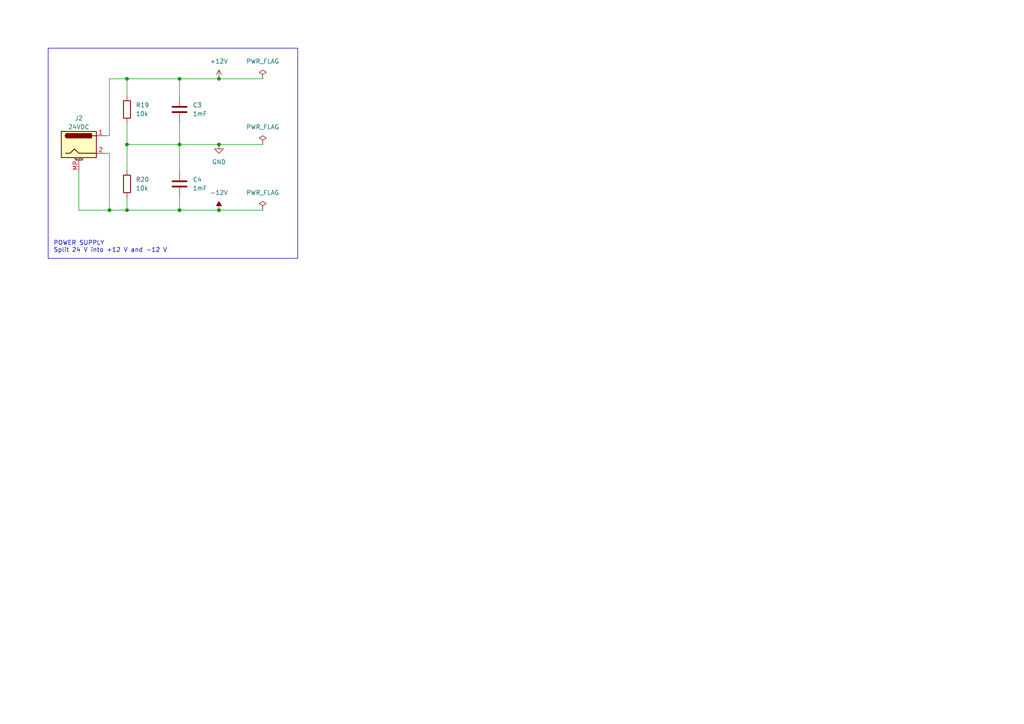
<source format=kicad_sch>
(kicad_sch (version 20231120) (generator "eeschema") (generator_version "8.0")
  (paper "A4")
  (lib_symbols
    (symbol "Amplifier_Operational:LM741" (pin_names (offset 0.127))
      (property "Reference" "U" (at 0 6.35 0))
      (property "Value" "LM741" (at 0 3.81 0))
      (symbol "LM741_0_1"
        (polyline (pts (xy -5.08 5.08) (xy 5.08 0) (xy -5.08 -5.08) (xy -5.08 5.08)) (stroke (width 0.254)) (fill (type background)))
      )
      (symbol "LM741_1_1"
        (pin input line (at 0 -7.62 90) (length 5.08) (name "NULL") (number "1"))
        (pin input line (at -7.62 -2.54 0) (length 2.54) (name "-") (number "2"))
        (pin input line (at -7.62 2.54 0) (length 2.54) (name "+") (number "3"))
        (pin power_in line (at -2.54 -7.62 90) (length 3.81) (name "V-") (number "4"))
        (pin input line (at 2.54 -7.62 90) (length 6.35) (name "NULL") (number "5"))
        (pin output line (at 7.62 0 180) (length 2.54) (name "~") (number "6"))
        (pin power_in line (at -2.54 7.62 270) (length 3.81) (name "V+") (number "7"))
        (pin no_connect line (at 0 2.54 270) (length 2.54) hide (name "NC") (number "8"))
      )
    )
    (symbol "Connector:Barrel_Jack_MountingPin" (pin_names hide)
      (property "Reference" "J" (at 0 5.334 0))
      (property "Value" "Barrel_Jack_MountingPin" (at 1.27 -6.35 0))
      (symbol "Barrel_Jack_MountingPin_0_1"
        (rectangle (start -5.08 3.81) (end 5.08 -3.81) (stroke (width 0.254)) (fill (type background)))
        (arc (start -3.302 3.175) (mid -3.9343 2.54) (end -3.302 1.905) (stroke (width 0.254)))
        (arc (start -3.302 3.175) (mid -3.9343 2.54) (end -3.302 1.905) (stroke (width 0.254)) (fill (type outline)))
        (polyline (pts (xy 5.08 2.54) (xy 3.81 2.54)) (stroke (width 0.254)))
        (polyline (pts (xy -3.81 -2.54) (xy -2.54 -2.54) (xy -1.27 -1.27) (xy 0 -2.54) (xy 2.54 -2.54) (xy 5.08 -2.54)) (stroke (width 0.254)))
        (rectangle (start 3.683 3.175) (end -3.302 1.905) (stroke (width 0.254)) (fill (type outline)))
      )
      (symbol "Barrel_Jack_MountingPin_1_1"
        (polyline (pts (xy -1.016 -4.572) (xy 1.016 -4.572)) (stroke (width 0.1524)))
        (text "Mounting" (at 0 -4.191 0) (effects (font (size 0.381 0.381))))
        (pin passive line (at 7.62 2.54 180) (length 2.54) (name "~") (number "1"))
        (pin passive line (at 7.62 -2.54 180) (length 2.54) (name "~") (number "2"))
        (pin passive line (at 0 -7.62 90) (length 3.048) (name "MountPin") (number "MP"))
      )
    )
    (symbol "Connector:Screw_Terminal_01x02" (pin_names (offset 1.016) hide)
      (property "Reference" "J" (at 0 2.54 0))
      (property "Value" "Screw_Terminal_01x02" (at 0 -5.08 0))
      (symbol "Screw_Terminal_01x02_1_1"
        (rectangle (start -1.27 1.27) (end 1.27 -3.81) (stroke (width 0.254)) (fill (type background)))
        (circle (center 0 -2.54) (radius 0.635) (stroke (width 0.1524)))
        (polyline (pts (xy -0.5334 -2.2098) (xy 0.3302 -3.048)) (stroke (width 0.1524)))
        (polyline (pts (xy -0.5334 0.3302) (xy 0.3302 -0.508)) (stroke (width 0.1524)))
        (polyline (pts (xy -0.3556 -2.032) (xy 0.508 -2.8702)) (stroke (width 0.1524)))
        (polyline (pts (xy -0.3556 0.508) (xy 0.508 -0.3302)) (stroke (width 0.1524)))
        (circle (center 0 0) (radius 0.635) (stroke (width 0.1524)))
        (pin passive line (at -5.08 0 0) (length 3.81) (name "Pin_1") (number "1"))
        (pin passive line (at -5.08 -2.54 0) (length 3.81) (name "Pin_2") (number "2"))
      )
    )
    (symbol "Connector_Audio:AudioJack5"
      (property "Reference" "J" (at 0 11.43 0))
      (property "Value" "AudioJack5" (at 0 8.89 0))
      (symbol "AudioJack5_0_1"
        (rectangle (start -8.89 -5.08) (end -10.16 -7.62) (stroke (width 0.254)) (fill (type outline)))
        (polyline (pts (xy 0 -5.08) (xy 0.635 -5.715) (xy 1.27 -5.08) (xy 2.54 -5.08)) (stroke (width 0.254)))
        (polyline (pts (xy -5.715 -5.08) (xy -5.08 -5.715) (xy -4.445 -5.08) (xy -4.445 2.54) (xy 2.54 2.54)) (stroke (width 0.254)))
        (polyline (pts (xy -1.905 -5.08) (xy -1.27 -5.715) (xy -0.635 -5.08) (xy -0.635 -2.54) (xy 2.54 -2.54)) (stroke (width 0.254)))
        (polyline (pts (xy 2.54 0) (xy -2.54 0) (xy -2.54 -5.08) (xy -3.175 -5.715) (xy -3.81 -5.08)) (stroke (width 0.254)))
        (polyline (pts (xy 2.54 5.08) (xy -6.35 5.08) (xy -6.35 -5.08) (xy -6.985 -5.715) (xy -7.62 -5.08)) (stroke (width 0.254)))
        (rectangle (start 2.54 6.35) (end -8.89 -7.62) (stroke (width 0.254)) (fill (type background)))
      )
      (symbol "AudioJack5_1_1"
        (pin passive line (at 5.08 -2.54 180) (length 2.54) (name "~") (number "R1"))
        (pin passive line (at 5.08 0 180) (length 2.54) (name "~") (number "R2"))
        (pin passive line (at 5.08 2.54 180) (length 2.54) (name "~") (number "R3"))
        (pin passive line (at 5.08 5.08 180) (length 2.54) (name "~") (number "S"))
        (pin passive line (at 5.08 -5.08 180) (length 2.54) (name "~") (number "T"))
      )
    )
    (symbol "Connector_Generic:Conn_01x03" (pin_names (offset 1.016) hide)
      (property "Reference" "J" (at 0 5.08 0))
      (property "Value" "Conn_01x03" (at 0 -5.08 0))
      (symbol "Conn_01x03_1_1"
        (rectangle (start -1.27 -2.413) (end 0 -2.667) (stroke (width 0.1524)))
        (rectangle (start -1.27 0.127) (end 0 -0.127) (stroke (width 0.1524)))
        (rectangle (start -1.27 2.667) (end 0 2.413) (stroke (width 0.1524)))
        (rectangle (start -1.27 3.81) (end 1.27 -3.81) (stroke (width 0.254)) (fill (type background)))
        (pin passive line (at -5.08 2.54 0) (length 3.81) (name "Pin_1") (number "1"))
        (pin passive line (at -5.08 0 0) (length 3.81) (name "Pin_2") (number "2"))
        (pin passive line (at -5.08 -2.54 0) (length 3.81) (name "Pin_3") (number "3"))
      )
    )
    (symbol "Device:C" (pin_numbers hide) (pin_names (offset 0.254))
      (property "Reference" "C" (at 0.635 2.54 0))
      (property "Value" "C" (at 0.635 -2.54 0))
      (symbol "C_0_1"
        (polyline (pts (xy -2.032 -0.762) (xy 2.032 -0.762)) (stroke (width 0.508)))
        (polyline (pts (xy -2.032 0.762) (xy 2.032 0.762)) (stroke (width 0.508)))
      )
      (symbol "C_1_1"
        (pin passive line (at 0 3.81 270) (length 2.794) (name "~") (number "1"))
        (pin passive line (at 0 -3.81 90) (length 2.794) (name "~") (number "2"))
      )
    )
    (symbol "Device:R" (pin_numbers hide) (pin_names (offset 0))
      (property "Reference" "R" (at 2.032 0 90))
      (property "Value" "R" (at 0 0 90))
      (symbol "R_0_1"
        (rectangle (start -1.016 -2.54) (end 1.016 2.54) (stroke (width 0.254)))
      )
      (symbol "R_1_1"
        (pin passive line (at 0 3.81 270) (length 1.27) (name "~") (number "1"))
        (pin passive line (at 0 -3.81 90) (length 1.27) (name "~") (number "2"))
      )
    )
    (symbol "Transistor_BJT:TIP41" (pin_names (offset 0) hide)
      (property "Reference" "Q" (at 6.35 1.905 0))
      (property "Value" "TIP41" (at 6.35 0 0))
      (symbol "TIP41_0_1"
        (polyline (pts (xy 0.635 0.635) (xy 2.54 2.54)))
        (polyline (pts (xy 0.635 -0.635) (xy 2.54 -2.54) (xy 2.54 -2.54)))
        (polyline (pts (xy 0.635 1.905) (xy 0.635 -1.905) (xy 0.635 -1.905)) (stroke (width 0.508)))
        (polyline (pts (xy 1.27 -1.778) (xy 1.778 -1.27) (xy 2.286 -2.286) (xy 1.27 -1.778) (xy 1.27 -1.778)) (fill (type outline)))
        (circle (center 1.27 0) (radius 2.8194) (stroke (width 0.254)))
      )
      (symbol "TIP41_1_1"
        (pin input line (at -5.08 0 0) (length 5.715) (name "B") (number "1"))
        (pin passive line (at 2.54 5.08 270) (length 2.54) (name "C") (number "2"))
        (pin passive line (at 2.54 -5.08 90) (length 2.54) (name "E") (number "3"))
      )
    )
    (symbol "Transistor_BJT:TIP42" (pin_names (offset 0) hide)
      (property "Reference" "Q" (at 6.35 1.905 0))
      (property "Value" "TIP42" (at 6.35 0 0))
      (symbol "TIP42_0_1"
        (polyline (pts (xy 0.635 0.635) (xy 2.54 2.54)))
        (polyline (pts (xy 0.635 -0.635) (xy 2.54 -2.54) (xy 2.54 -2.54)))
        (polyline (pts (xy 0.635 1.905) (xy 0.635 -1.905) (xy 0.635 -1.905)) (stroke (width 0.508)))
        (polyline (pts (xy 2.286 -1.778) (xy 1.778 -2.286) (xy 1.27 -1.27) (xy 2.286 -1.778) (xy 2.286 -1.778)) (fill (type outline)))
        (circle (center 1.27 0) (radius 2.8194) (stroke (width 0.254)))
      )
      (symbol "TIP42_1_1"
        (pin input line (at -5.08 0 0) (length 5.715) (name "B") (number "1"))
        (pin passive line (at 2.54 5.08 270) (length 2.54) (name "C") (number "2"))
        (pin passive line (at 2.54 -5.08 90) (length 2.54) (name "E") (number "3"))
      )
    )
    (symbol "power:+12V" (power) (pin_numbers hide) (pin_names (offset 0) hide)
      (property "Value" "+12V" (at 0 3.556 0))
      (symbol "+12V_0_1"
        (polyline (pts (xy -0.762 1.27) (xy 0 2.54)))
        (polyline (pts (xy 0 0) (xy 0 2.54)))
        (polyline (pts (xy 0 2.54) (xy 0.762 1.27)))
      )
      (symbol "+12V_1_1"
        (pin power_in line (at 0 0 90) (length 0) (name "~") (number "1"))
      )
    )
    (symbol "power:-12V" (power) (pin_numbers hide) (pin_names (offset 0) hide)
      (property "Value" "-12V" (at 0 3.556 0))
      (symbol "-12V_0_0"
        (pin power_in line (at 0 0 90) (length 0) (name "~") (number "1"))
      )
      (symbol "-12V_0_1"
        (polyline (pts (xy 0 0) (xy 0 1.27) (xy 0.762 1.27) (xy 0 2.54) (xy -0.762 1.27) (xy 0 1.27)) (fill (type outline)))
      )
    )
    (symbol "power:GND" (power) (pin_numbers hide) (pin_names (offset 0) hide)
      (property "Value" "GND" (at 0 -3.81 0))
      (symbol "GND_0_1"
        (polyline (pts (xy 0 0) (xy 0 -1.27) (xy 1.27 -1.27) (xy 0 -2.54) (xy -1.27 -1.27) (xy 0 -1.27)))
      )
      (symbol "GND_1_1"
        (pin power_in line (at 0 0 270) (length 0) (name "~") (number "1"))
      )
    )
    (symbol "power:PWR_FLAG" (power) (pin_numbers hide) (pin_names (offset 0) hide)
      (property "Value" "PWR_FLAG" (at 0 3.81 0))
      (symbol "PWR_FLAG_0_0"
        (pin power_out line (at 0 0 90) (length 0) (name "~") (number "1"))
      )
      (symbol "PWR_FLAG_0_1"
        (polyline (pts (xy 0 0) (xy 0 1.27) (xy -1.016 1.905) (xy 0 2.54) (xy 1.016 1.905) (xy 0 1.27)))
      )
    )
  )
  (junction (at -105.41 95.25))
  (junction (at -195.58 -50.8))
  (junction (at -161.29 0))
  (junction (at 31.75 60.96))
  (junction (at 52.07 41.91))
  (junction (at -92.71 118.11))
  (junction (at -195.58 -36.83))
  (junction (at -182.88 -58.42))
  (junction (at -92.71 102.87))
  (junction (at -182.88 -71.12))
  (junction (at 36.83 22.86))
  (junction (at -71.12 118.11))
  (junction (at -105.41 67.31))
  (junction (at 36.83 41.91))
  (junction (at -182.88 0))
  (junction (at 52.07 22.86))
  (junction (at -195.58 -22.86))
  (junction (at 377.19 -41.91))
  (junction (at -154.94 189.23))
  (junction (at -161.29 -36.83))
  (junction (at -71.12 81.28))
  (junction (at 63.5 60.96))
  (junction (at -92.71 59.69))
  (junction (at -182.88 -15.24))
  (junction (at 36.83 60.96))
  (junction (at 63.5 22.86))
  (junction (at -187.96 189.23))
  (junction (at 52.07 60.96))
  (junction (at -45.72 199.39))
  (junction (at -161.29 -71.12))
  (junction (at -71.12 46.99))
  (junction (at 354.33 -39.37))
  (junction (at 63.5 41.91))
  (junction (at -105.41 81.28))
  (junction (at -92.71 46.99))
  (junction (at -68.58 201.93))
  (no_connect (at -53.34 207.01))
  (no_connect (at -40.64 -39.37))
  (no_connect (at -55.88 207.01))
  (no_connect (at -40.64 -41.91))
  (no_connect (at 369.57 -34.29))
  (no_connect (at 367.03 -34.29))
  (wire (pts (xy 63.5 22.86) (xy 76.2 22.86)))
  (wire (pts (xy -44.45 -21.59) (xy -40.64 -21.59)))
  (wire (pts (xy 52.07 35.56) (xy 52.07 41.91)))
  (wire (pts (xy -80.01 201.93) (xy -78.74 201.93)))
  (wire (pts (xy -71.12 118.11) (xy -92.71 118.11)))
  (wire (pts (xy -161.29 -10.16) (xy -161.29 0)))
  (wire (pts (xy -161.29 0) (xy -182.88 0)))
  (wire (pts (xy -182.88 -45.72) (xy -182.88 -39.37)))
  (wire (pts (xy -185.42 43.18) (xy -189.23 43.18)))
  (wire (pts (xy -71.12 46.99) (xy -92.71 46.99)))
  (wire (pts (xy -92.71 114.3) (xy -92.71 118.11)))
  (wire (pts (xy -195.58 -50.8) (xy -195.58 -36.83)))
  (wire (pts (xy 354.33 -39.37) (xy 359.41 -39.37)))
  (wire (pts (xy -182.88 -39.37) (xy -175.26 -39.37)))
  (wire (pts (xy -105.41 55.88) (xy -105.41 67.31)))
  (wire (pts (xy -189.23 66.04) (xy -189.23 68.58)))
  (wire (pts (xy -182.88 -62.23) (xy -182.88 -58.42)))
  (wire (pts (xy -92.71 72.39) (xy -92.71 78.74)))
  (wire (pts (xy 359.41 -26.67) (xy 364.49 -26.67)))
  (wire (pts (xy 36.83 41.91) (xy 36.83 49.53)))
  (wire (pts (xy -52.07 220.98) (xy -45.72 220.98)))
  (wire (pts (xy -62.23 44.45) (xy -62.23 46.99)))
  (wire (pts (xy 370.84 -20.32) (xy 377.19 -20.32)))
  (wire (pts (xy -44.45 -16.51) (xy -40.64 -16.51)))
  (wire (pts (xy -92.71 59.69) (xy -92.71 62.23)))
  (wire (pts (xy -152.4 0) (xy -161.29 0)))
  (wire (pts (xy -44.45 -19.05) (xy -40.64 -19.05)))
  (wire (pts (xy 377.19 -41.91) (xy 374.65 -41.91)))
  (wire (pts (xy 354.33 -20.32) (xy 363.22 -20.32)))
  (wire (pts (xy -58.42 214.63) (xy -58.42 207.01)))
  (wire (pts (xy 52.07 22.86) (xy 63.5 22.86)))
  (wire (pts (xy 31.75 44.45) (xy 31.75 60.96)))
  (wire (pts (xy -92.71 46.99) (xy -92.71 48.26)))
  (wire (pts (xy -195.58 -71.12) (xy -195.58 -69.85)))
  (wire (pts (xy -195.58 -62.23) (xy -195.58 -50.8)))
  (wire (pts (xy -161.29 -46.99) (xy -161.29 -53.34)))
  (wire (pts (xy -182.88 -71.12) (xy -182.88 -69.85)))
  (wire (pts (xy -182.88 -71.12) (xy -195.58 -71.12)))
  (wire (pts (xy 364.49 -26.67) (xy 364.49 -34.29)))
  (wire (pts (xy -190.5 -22.86) (xy -195.58 -22.86)))
  (wire (pts (xy -45.72 220.98) (xy -45.72 199.39)))
  (wire (pts (xy -92.71 102.87) (xy -78.74 102.87)))
  (wire (pts (xy -161.29 -71.12) (xy -161.29 -63.5)))
  (wire (pts (xy -185.42 66.04) (xy -189.23 66.04)))
  (wire (pts (xy 336.55 -26.67) (xy 336.55 -44.45)))
  (wire (pts (xy -152.4 -1.27) (xy -152.4 0)))
  (wire (pts (xy -189.23 43.18) (xy -189.23 46.99)))
  (wire (pts (xy -161.29 -36.83) (xy -156.21 -36.83)))
  (wire (pts (xy -161.29 -34.29) (xy -161.29 -36.83)))
  (wire (pts (xy -71.12 71.12) (xy -71.12 64.77)))
  (wire (pts (xy -195.58 0) (xy -195.58 -3.81)))
  (wire (pts (xy -161.29 -26.67) (xy -161.29 -20.32)))
  (wire (pts (xy -85.09 78.74) (xy -85.09 77.47)))
  (wire (pts (xy -182.88 -58.42) (xy -168.91 -58.42)))
  (wire (pts (xy -154.94 189.23) (xy -151.13 189.23)))
  (wire (pts (xy 342.9 -39.37) (xy 345.44 -39.37)))
  (wire (pts (xy -152.4 -71.12) (xy -161.29 -71.12)))
  (wire (pts (xy -105.41 67.31) (xy -105.41 81.28)))
  (wire (pts (xy -62.23 118.11) (xy -71.12 118.11)))
  (wire (pts (xy -182.88 -17.78) (xy -182.88 -15.24)))
  (wire (pts (xy -71.12 78.74) (xy -71.12 81.28)))
  (wire (pts (xy -92.71 100.33) (xy -92.71 102.87)))
  (wire (pts (xy -71.12 107.95) (xy -71.12 118.11)))
  (wire (pts (xy -45.72 199.39) (xy -41.91 199.39)))
  (wire (pts (xy 22.86 49.53) (xy 22.86 60.96)))
  (wire (pts (xy -71.12 81.28) (xy -66.04 81.28)))
  (wire (pts (xy -92.71 118.11) (xy -105.41 118.11)))
  (wire (pts (xy -195.58 -36.83) (xy -195.58 -22.86)))
  (wire (pts (xy 52.07 41.91) (xy 63.5 41.91)))
  (wire (pts (xy 31.75 22.86) (xy 36.83 22.86)))
  (wire (pts (xy -92.71 86.36) (xy -92.71 90.17)))
  (wire (pts (xy -86.36 196.85) (xy -63.5 196.85)))
  (wire (pts (xy 31.75 60.96) (xy 36.83 60.96)))
  (wire (pts (xy -187.96 199.39) (xy -187.96 201.93)))
  (wire (pts (xy 36.83 60.96) (xy 52.07 60.96)))
  (wire (pts (xy -161.29 -39.37) (xy -161.29 -36.83)))
  (wire (pts (xy -156.21 189.23) (xy -154.94 189.23)))
  (wire (pts (xy 22.86 60.96) (xy 31.75 60.96)))
  (wire (pts (xy 36.83 35.56) (xy 36.83 41.91)))
  (wire (pts (xy 36.83 41.91) (xy 52.07 41.91)))
  (wire (pts (xy -161.29 -71.12) (xy -182.88 -71.12)))
  (wire (pts (xy 364.49 -50.8) (xy 364.49 -49.53)))
  (wire (pts (xy -199.39 -36.83) (xy -195.58 -36.83)))
  (wire (pts (xy -100.33 95.25) (xy -105.41 95.25)))
  (wire (pts (xy 377.19 -41.91) (xy 381 -41.91)))
  (wire (pts (xy -195.58 -22.86) (xy -195.58 -11.43)))
  (wire (pts (xy -154.94 189.23) (xy -154.94 191.77)))
  (wire (pts (xy -71.12 83.82) (xy -71.12 81.28)))
  (wire (pts (xy -105.41 46.99) (xy -105.41 48.26)))
  (wire (pts (xy 377.19 -20.32) (xy 377.19 -41.91)))
  (wire (pts (xy 353.06 -39.37) (xy 354.33 -39.37)))
  (wire (pts (xy -62.23 46.99) (xy -71.12 46.99)))
  (wire (pts (xy -189.23 63.5) (xy -185.42 63.5)))
  (wire (pts (xy -71.12 201.93) (xy -68.58 201.93)))
  (wire (pts (xy -71.12 46.99) (xy -71.12 54.61)))
  (wire (pts (xy -182.88 -58.42) (xy -182.88 -55.88)))
  (wire (pts (xy -80.01 201.93) (xy -80.01 213.36)))
  (wire (pts (xy -40.64 -34.29) (xy -36.83 -34.29)))
  (wire (pts (xy -182.88 -3.81) (xy -182.88 0)))
  (wire (pts (xy 30.48 44.45) (xy 31.75 44.45)))
  (wire (pts (xy -182.88 0) (xy -195.58 0)))
  (wire (pts (xy -182.88 -15.24) (xy -182.88 -11.43)))
  (wire (pts (xy -92.71 102.87) (xy -92.71 106.68)))
  (wire (pts (xy -58.42 190.5) (xy -58.42 191.77)))
  (wire (pts (xy -92.71 59.69) (xy -78.74 59.69)))
  (wire (pts (xy -190.5 189.23) (xy -187.96 189.23)))
  (wire (pts (xy -63.5 212.09) (xy -63.5 214.63)))
  (wire (pts (xy 342.9 -39.37) (xy 342.9 -27.94)))
  (wire (pts (xy -45.72 199.39) (xy -48.26 199.39)))
  (wire (pts (xy -152.4 -73.66) (xy -152.4 -71.12)))
  (wire (pts (xy -92.71 55.88) (xy -92.71 59.69)))
  (wire (pts (xy -92.71 46.99) (xy -105.41 46.99)))
  (wire (pts (xy -71.12 91.44) (xy -71.12 97.79)))
  (wire (pts (xy -189.23 40.64) (xy -185.42 40.64)))
  (wire (pts (xy 63.5 41.91) (xy 76.2 41.91)))
  (wire (pts (xy -68.58 201.93) (xy -68.58 220.98)))
  (wire (pts (xy 30.48 39.37) (xy 31.75 39.37)))
  (wire (pts (xy 52.07 57.15) (xy 52.07 60.96)))
  (wire (pts (xy 359.41 -29.21) (xy 359.41 -26.67)))
  (wire (pts (xy -63.5 214.63) (xy -58.42 214.63)))
  (wire (pts (xy -182.88 -15.24) (xy -168.91 -15.24)))
  (wire (pts (xy 52.07 41.91) (xy 52.07 49.53)))
  (wire (pts (xy -105.41 95.25) (xy -105.41 106.68)))
  (wire (pts (xy -86.36 214.63) (xy -86.36 196.85)))
  (wire (pts (xy -40.64 -36.83) (xy -36.83 -36.83)))
  (wire (pts (xy -105.41 81.28) (xy -105.41 95.25)))
  (wire (pts (xy -166.37 189.23) (xy -163.83 189.23)))
  (wire (pts (xy -182.88 -31.75) (xy -182.88 -27.94)))
  (wire (pts (xy 63.5 60.96) (xy 76.2 60.96)))
  (wire (pts (xy -154.94 199.39) (xy -154.94 201.93)))
  (wire (pts (xy -27.94 -44.45) (xy -27.94 -30.48)))
  (wire (pts (xy 36.83 57.15) (xy 36.83 60.96)))
  (wire (pts (xy 52.07 22.86) (xy 36.83 22.86)))
  (wire (pts (xy 31.75 39.37) (xy 31.75 22.86)))
  (wire (pts (xy -68.58 201.93) (xy -63.5 201.93)))
  (wire (pts (xy -195.58 -50.8) (xy -190.5 -50.8)))
  (wire (pts (xy -109.22 81.28) (xy -105.41 81.28)))
  (wire (pts (xy 36.83 22.86) (xy 36.83 27.94)))
  (wire (pts (xy -175.26 -39.37) (xy -175.26 -40.64)))
  (wire (pts (xy -62.23 116.84) (xy -62.23 118.11)))
  (wire (pts (xy 354.33 -39.37) (xy 354.33 -20.32)))
  (wire (pts (xy -105.41 67.31) (xy -100.33 67.31)))
  (wire (pts (xy -92.71 78.74) (xy -85.09 78.74)))
  (wire (pts (xy -187.96 189.23) (xy -187.96 191.77)))
  (wire (pts (xy -201.93 189.23) (xy -198.12 189.23)))
  (wire (pts (xy -40.64 -44.45) (xy -27.94 -44.45)))
  (wire (pts (xy -187.96 189.23) (xy -184.15 189.23)))
  (wire (pts (xy 52.07 22.86) (xy 52.07 27.94)))
  (wire (pts (xy 336.55 -44.45) (xy 359.41 -44.45)))
  (wire (pts (xy 52.07 60.96) (xy 63.5 60.96)))
  (wire (pts (xy -105.41 118.11) (xy -105.41 114.3)))
  (wire (pts (xy -68.58 220.98) (xy -59.69 220.98)))
  (rectangle (start -212.09 -83.82) (end -142.24 13.97))
  (rectangle (start -59.69 -53.34) (end -20.32 -6.35))
  (rectangle (start -210.82 179.07) (end -140.97 215.9))
  (rectangle (start -123.19 34.29) (end -53.34 132.08))
  (rectangle (start 13.97 13.97) (end 86.36 74.93))
  (text "CLASS AB POWER AMPLIFIER\nAmplify signals to get up to\n850 mA, 5.88 V (about 5 W) peak-to-peak.\nBased on: https://www.youtube.com/watch?v=YuVqccvgNPM" (at -210.566 8.382 0) (effects (font (size 1.27 1.27)) (justify left)))
  (text "SIGNAL INPUT\nChoose between left and\nright using a jumper\n" (at -58.166 -10.414 0) (effects (font (size 1.27 1.27)) (justify left)))
  (text "CLASS AB POWER AMPLIFIER\nAmplify signals to get up to\n850 mA, 5.88 V (about 5 W) peak-to-peak.\nBased on: https://www.youtube.com/watch?v=YuVqccvgNPM" (at -121.666 126.492 0) (effects (font (size 1.27 1.27)) (justify left)))
  (text "POWER SUPPLY\nSplit 24 V into +12 V and -12 V" (at 15.494 71.628 0) (effects (font (size 1.27 1.27)) (justify left)))
  (text "CROSSOVER FILTERS\nFilter low-pass (bass) and high-pass\n(treble). Cutoff frequency: 1326 Hz" (at -209.55 211.582 0) (effects (font (size 1.27 1.27)) (justify left)))
  (global_label "VHPF" (shape output) (at -151.13 189.23 0) (property "Intersheetrefs" "${INTERSHEET_REFS}" (effects (hide yes))))
  (global_label "Vs" (shape output) (at -44.45 -19.05 180) (property "Intersheetrefs" "${INTERSHEET_REFS}" (effects (hide yes))))
  (global_label "VLPF_PA" (shape input) (at -199.39 -36.83 180) (property "Intersheetrefs" "${INTERSHEET_REFS}" (effects (hide yes))))
  (global_label "L" (shape input) (at -44.45 -21.59 180) (property "Intersheetrefs" "${INTERSHEET_REFS}" (effects (hide yes))))
  (global_label "VLPF_PA" (shape output) (at 381 -41.91 0) (property "Intersheetrefs" "${INTERSHEET_REFS}" (effects (hide yes))))
  (global_label "VLPF" (shape input) (at 342.9 -27.94 270) (property "Intersheetrefs" "${INTERSHEET_REFS}" (effects (hide yes))))
  (global_label "VTREBLE" (shape input) (at -189.23 63.5 180) (property "Intersheetrefs" "${INTERSHEET_REFS}" (effects (hide yes))))
  (global_label "Vs" (shape input) (at -201.93 189.23 180) (property "Intersheetrefs" "${INTERSHEET_REFS}" (effects (hide yes))))
  (global_label "R" (shape input) (at -44.45 -16.51 180) (property "Intersheetrefs" "${INTERSHEET_REFS}" (effects (hide yes))))
  (global_label "VTREBLE" (shape output) (at -66.04 81.28 0) (property "Intersheetrefs" "${INTERSHEET_REFS}" (effects (hide yes))))
  (global_label "VBASS" (shape output) (at -156.21 -36.83 0) (property "Intersheetrefs" "${INTERSHEET_REFS}" (effects (hide yes))))
  (global_label "VBASS" (shape input) (at -189.23 40.64 180) (property "Intersheetrefs" "${INTERSHEET_REFS}" (effects (hide yes))))
  (global_label "R" (shape output) (at -36.83 -36.83 0) (property "Intersheetrefs" "${INTERSHEET_REFS}" (effects (hide yes))))
  (global_label "VHPF_PA" (shape input) (at -109.22 81.28 180) (property "Intersheetrefs" "${INTERSHEET_REFS}" (effects (hide yes))))
  (global_label "VHPF_PA" (shape output) (at -41.91 199.39 0) (property "Intersheetrefs" "${INTERSHEET_REFS}" (effects (hide yes))))
  (global_label "VLPF" (shape output) (at -184.15 189.23 0) (property "Intersheetrefs" "${INTERSHEET_REFS}" (effects (hide yes))))
  (global_label "L" (shape output) (at -36.83 -34.29 0) (property "Intersheetrefs" "${INTERSHEET_REFS}" (effects (hide yes))))
  (global_label "Vs" (shape input) (at -166.37 189.23 180) (property "Intersheetrefs" "${INTERSHEET_REFS}" (effects (hide yes))))
  (global_label "VHPF" (shape input) (at -80.01 213.36 270) (property "Intersheetrefs" "${INTERSHEET_REFS}" (effects (hide yes))))
  (symbol (lib_id "power:-12V") (at -175.26 -40.64 0) (unit 1)
    (property "Reference" "#PWR019" (effects (hide yes)))
    (property "Value" "-12V" (at -175.26 -45.72 0))
    (property "Description" "Power symbol creates a global label with name \"-12V\"" (effects (hide yes)))
  )
  (symbol (lib_id "Connector_Generic:Conn_01x03") (at -35.56 -19.05 0) (unit 1)
    (property "Reference" "J7" (at -33.02 -20.3201 0) (effects (justify left)))
    (property "Value" "Channel" (at -33.02 -17.7801 0) (effects (justify left)))
    (property "Footprint" "Connector_PinHeader_2.54mm:PinHeader_1x03_P2.54mm_Vertical" (effects (hide yes)))
    (property "Description" "Generic connector, single row, 01x03, script generated (kicad-library-utils/schlib/autogen/connector/)" (effects (hide yes)))
  )
  (symbol (lib_id "Amplifier_Operational:LM741") (at 367.03 -41.91 0) (unit 1)
    (property "Reference" "U2" (at 371.602 -49.53 0))
    (property "Value" "LM741" (at 371.602 -46.99 0))
    (property "Footprint" "Package_DIP:DIP-8_W7.62mm_Socket" (effects (hide yes)))
    (property "Datasheet" "http://www.ti.com/lit/ds/symlink/lm741.pdf" (effects (hide yes)))
    (property "Description" "Operational Amplifier, DIP-8/TO-99-8" (effects (hide yes)))
  )
  (symbol (lib_id "power:GND") (at -154.94 201.93 0) (unit 1)
    (property "Reference" "#PWR06" (effects (hide yes)))
    (property "Value" "GND" (at -154.94 207.01 0))
    (property "Description" "Power symbol creates a global label with name \"GND\" , ground" (effects (hide yes)))
  )
  (symbol (lib_id "Transistor_BJT:TIP42") (at -73.66 102.87 0) (mirror x) (unit 1)
    (property "Reference" "Q8" (at -68.58 104.1401 0) (effects (justify left)))
    (property "Value" "TIP32" (at -68.58 101.6001 0) (effects (justify left)))
    (property "Footprint" "Package_TO_SOT_THT:TO-220-3_Vertical" (effects (hide yes)))
    (property "Datasheet" "https://www.centralsemi.com/get_document.php?cmp=1&mergetype=pd&mergepath=pd&pdf_id=TIP42.PDF" (effects (hide yes)))
    (property "Description" "-6A Ic, -40V Vce, Power PNP Transistor, TO-220" (effects (hide yes)))
  )
  (symbol (lib_id "power:+12V") (at 364.49 -50.8 0) (unit 1)
    (property "Reference" "#PWR012" (effects (hide yes)))
    (property "Value" "+12V" (at 364.49 -55.88 0))
    (property "Description" "Power symbol creates a global label with name \"+12V\"" (effects (hide yes)))
  )
  (symbol (lib_id "Device:R") (at 36.83 53.34 0) (unit 1)
    (property "Reference" "R20" (at 39.37 52.0699 0) (effects (justify left)))
    (property "Value" "10k" (at 39.37 54.6099 0) (effects (justify left)))
    (property "Footprint" "Resistor_THT:R_Axial_DIN0207_L6.3mm_D2.5mm_P7.62mm_Horizontal" (effects (hide yes)))
    (property "Description" "Resistor" (effects (hide yes)))
  )
  (symbol (lib_id "power:GND") (at 63.5 41.91 0) (mirror y) (unit 1)
    (property "Reference" "#PWR04" (effects (hide yes)))
    (property "Value" "GND" (at 63.5 46.99 0))
    (property "Description" "Power symbol creates a global label with name \"GND\" , ground" (effects (hide yes)))
  )
  (symbol (lib_id "Connector:Screw_Terminal_01x02") (at -180.34 63.5 0) (unit 1)
    (property "Reference" "J6" (at -177.8 63.4999 0) (effects (justify left)))
    (property "Value" "TREBLE" (at -177.8 66.0399 0) (effects (justify left)))
    (property "Footprint" "TerminalBlock:TerminalBlock_bornier-2_P5.08mm" (effects (hide yes)))
    (property "Description" "Generic screw terminal, single row, 01x02, script generated (kicad-library-utils/schlib/autogen/connector/)" (effects (hide yes)))
  )
  (symbol (lib_id "Device:C") (at 52.07 31.75 0) (unit 1)
    (property "Reference" "C3" (at 55.88 30.4799 0) (effects (justify left)))
    (property "Value" "1mF" (at 55.88 33.0199 0) (effects (justify left)))
    (property "Footprint" "Capacitor_THT:C_Radial_D10.0mm_H12.5mm_P5.00mm" (effects (hide yes)))
    (property "Description" "Unpolarized capacitor" (effects (hide yes)))
  )
  (symbol (lib_id "Device:C") (at -187.96 195.58 180) (unit 1)
    (property "Reference" "C1" (at -184.15 194.3099 0) (effects (justify right)))
    (property "Value" "10uF" (at -184.15 196.8499 0) (effects (justify right)))
    (property "Footprint" "Capacitor_THT:C_Radial_D6.3mm_H11.0mm_P2.50mm" (effects (hide yes)))
    (property "Description" "Unpolarized capacitor" (effects (hide yes)))
  )
  (symbol (lib_id "Device:R") (at -71.12 87.63 0) (unit 1)
    (property "Reference" "R18" (at -68.58 86.3599 0) (effects (justify left)))
    (property "Value" "1R" (at -68.58 88.8999 0) (effects (justify left)))
    (property "Footprint" "Resistor_THT:R_Axial_Power_L25.0mm_W6.4mm_P30.48mm" (effects (hide yes)))
    (property "Description" "Resistor" (effects (hide yes)))
  )
  (symbol (lib_id "power:PWR_FLAG") (at 76.2 22.86 0) (unit 1)
    (property "Reference" "#FLG01" (effects (hide yes)))
    (property "Value" "PWR_FLAG" (at 76.2 17.78 0))
    (property "Description" "Special symbol for telling ERC where power comes from" (effects (hide yes)))
  )
  (symbol (lib_id "power:-12V") (at -152.4 -1.27 0) (unit 1)
    (property "Reference" "#PWR020" (effects (hide yes)))
    (property "Value" "-12V" (at -152.4 -6.35 0))
    (property "Description" "Power symbol creates a global label with name \"-12V\"" (effects (hide yes)))
  )
  (symbol (lib_id "Amplifier_Operational:LM741") (at -55.88 199.39 0) (unit 1)
    (property "Reference" "U1" (at -51.308 191.77 0))
    (property "Value" "LM741" (at -51.308 194.31 0))
    (property "Footprint" "Package_DIP:DIP-8_W7.62mm_Socket" (effects (hide yes)))
    (property "Datasheet" "http://www.ti.com/lit/ds/symlink/lm741.pdf" (effects (hide yes)))
    (property "Description" "Operational Amplifier, DIP-8/TO-99-8" (effects (hide yes)))
  )
  (symbol (lib_id "power:GND") (at 336.55 -26.67 0) (unit 1)
    (property "Reference" "#PWR010" (effects (hide yes)))
    (property "Value" "GND" (at 336.55 -21.59 0))
    (property "Description" "Power symbol creates a global label with name \"GND\" , ground" (effects (hide yes)))
  )
  (symbol (lib_id "power:GND") (at -187.96 201.93 0) (unit 1)
    (property "Reference" "#PWR05" (effects (hide yes)))
    (property "Value" "GND" (at -187.96 207.01 0))
    (property "Description" "Power symbol creates a global label with name \"GND\" , ground" (effects (hide yes)))
  )
  (symbol (lib_id "Device:R") (at 349.25 -39.37 90) (unit 1)
    (property "Reference" "R3" (at 349.25 -35.306 90))
    (property "Value" "1k" (at 349.25 -32.766 90))
    (property "Footprint" "Resistor_THT:R_Axial_DIN0207_L6.3mm_D2.5mm_P7.62mm_Horizontal" (effects (hide yes)))
    (property "Description" "Resistor" (effects (hide yes)))
  )
  (symbol (lib_id "Transistor_BJT:TIP41") (at -185.42 -22.86 0) (unit 1)
    (property "Reference" "Q1" (at -180.34 -24.1301 0) (effects (justify left)))
    (property "Value" "TIP31" (at -180.34 -21.5901 0) (effects (justify left)))
    (property "Footprint" "Package_TO_SOT_THT:TO-220-3_Vertical" (effects (hide yes)))
    (property "Datasheet" "https://www.centralsemi.com/get_document.php?cmp=1&mergetype=pd&mergepath=pd&pdf_id=tip41.PDF" (effects (hide yes)))
    (property "Description" "6A Ic, 40V Vce, Power NPN Transistor, TO-220" (effects (hide yes)))
  )
  (symbol (lib_id "Transistor_BJT:TIP42") (at -95.25 67.31 0) (mirror x) (unit 1)
    (property "Reference" "Q5" (at -90.17 68.5801 0) (effects (justify left)))
    (property "Value" "TIP32" (at -90.17 66.0401 0) (effects (justify left)))
    (property "Footprint" "Package_TO_SOT_THT:TO-220-3_Vertical" (effects (hide yes)))
    (property "Datasheet" "https://www.centralsemi.com/get_document.php?cmp=1&mergetype=pd&mergepath=pd&pdf_id=TIP42.PDF" (effects (hide yes)))
    (property "Description" "-6A Ic, -40V Vce, Power PNP Transistor, TO-220" (effects (hide yes)))
  )
  (symbol (lib_id "Connector_Audio:AudioJack5") (at -45.72 -39.37 0) (unit 1)
    (property "Reference" "J1" (at -49.53 -50.8 0))
    (property "Value" "AudioJack5" (at -49.53 -48.26 0))
    (property "Footprint" "Connector_Audio:Jack_3.5mm_CUI_SJ1-3525N_Horizontal" (effects (hide yes)))
    (property "Description" "Audio Jack, 5 Poles (TRRRS)" (effects (hide yes)))
  )
  (symbol (lib_id "power:+12V") (at -92.71 86.36 0) (unit 1)
    (property "Reference" "#PWR015" (effects (hide yes)))
    (property "Value" "+12V" (at -92.71 81.28 0))
    (property "Description" "Power symbol creates a global label with name \"+12V\"" (effects (hide yes)))
  )
  (symbol (lib_id "power:GND") (at -189.23 46.99 0) (unit 1)
    (property "Reference" "#PWR023" (effects (hide yes)))
    (property "Value" "GND" (at -189.23 52.07 0))
    (property "Description" "Power symbol creates a global label with name \"GND\" , ground" (effects (hide yes)))
  )
  (symbol (lib_id "Device:C") (at 52.07 53.34 0) (unit 1)
    (property "Reference" "C4" (at 55.88 52.0699 0) (effects (justify left)))
    (property "Value" "1mF" (at 55.88 54.6099 0) (effects (justify left)))
    (property "Footprint" "Capacitor_THT:C_Radial_D10.0mm_H12.5mm_P5.00mm" (effects (hide yes)))
    (property "Description" "Unpolarized capacitor" (effects (hide yes)))
  )
  (symbol (lib_id "power:GND") (at -189.23 68.58 0) (unit 1)
    (property "Reference" "#PWR024" (effects (hide yes)))
    (property "Value" "GND" (at -189.23 73.66 0))
    (property "Description" "Power symbol creates a global label with name \"GND\" , ground" (effects (hide yes)))
  )
  (symbol (lib_id "power:GND") (at -86.36 214.63 0) (unit 1)
    (property "Reference" "#PWR09" (effects (hide yes)))
    (property "Value" "GND" (at -86.36 219.71 0))
    (property "Description" "Power symbol creates a global label with name \"GND\" , ground" (effects (hide yes)))
  )
  (symbol (lib_id "power:-12V") (at -62.23 116.84 0) (unit 1)
    (property "Reference" "#PWR022" (effects (hide yes)))
    (property "Value" "-12V" (at -62.23 111.76 0))
    (property "Description" "Power symbol creates a global label with name \"-12V\"" (effects (hide yes)))
  )
  (symbol (lib_id "Device:R") (at -161.29 -43.18 0) (unit 1)
    (property "Reference" "R11" (at -158.75 -44.4501 0) (effects (justify left)))
    (property "Value" "1R" (at -158.75 -41.9101 0) (effects (justify left)))
    (property "Footprint" "Resistor_THT:R_Axial_Power_L25.0mm_W6.4mm_P30.48mm" (effects (hide yes)))
    (property "Description" "Resistor" (effects (hide yes)))
  )
  (symbol (lib_id "power:-12V") (at -63.5 212.09 0) (unit 1)
    (property "Reference" "#PWR07" (effects (hide yes)))
    (property "Value" "-12V" (at -63.5 207.01 0))
    (property "Description" "Power symbol creates a global label with name \"-12V\"" (effects (hide yes)))
  )
  (symbol (lib_id "Device:R") (at -195.58 -66.04 0) (unit 1)
    (property "Reference" "R7" (at -193.04 -67.3101 0) (effects (justify left)))
    (property "Value" "1k" (at -193.04 -64.7701 0) (effects (justify left)))
    (property "Footprint" "Resistor_THT:R_Axial_DIN0207_L6.3mm_D2.5mm_P7.62mm_Horizontal" (effects (hide yes)))
    (property "Description" "Resistor" (effects (hide yes)))
  )
  (symbol (lib_id "power:+12V") (at 63.5 22.86 0) (unit 1)
    (property "Reference" "#PWR02" (effects (hide yes)))
    (property "Value" "+12V" (at 63.5 17.78 0))
    (property "Description" "Power symbol creates a global label with name \"+12V\"" (effects (hide yes)))
  )
  (symbol (lib_id "power:-12V") (at 359.41 -29.21 0) (unit 1)
    (property "Reference" "#PWR011" (effects (hide yes)))
    (property "Value" "-12V" (at 359.41 -34.29 0))
    (property "Description" "Power symbol creates a global label with name \"-12V\"" (effects (hide yes)))
  )
  (symbol (lib_id "Transistor_BJT:TIP41") (at -95.25 95.25 0) (unit 1)
    (property "Reference" "Q6" (at -90.17 93.9799 0) (effects (justify left)))
    (property "Value" "TIP31" (at -90.17 96.5199 0) (effects (justify left)))
    (property "Footprint" "Package_TO_SOT_THT:TO-220-3_Vertical" (effects (hide yes)))
    (property "Datasheet" "https://www.centralsemi.com/get_document.php?cmp=1&mergetype=pd&mergepath=pd&pdf_id=tip41.PDF" (effects (hide yes)))
    (property "Description" "6A Ic, 40V Vce, Power NPN Transistor, TO-220" (effects (hide yes)))
  )
  (symbol (lib_id "power:+12V") (at -152.4 -73.66 0) (unit 1)
    (property "Reference" "#PWR016" (effects (hide yes)))
    (property "Value" "+12V" (at -152.4 -78.74 0))
    (property "Description" "Power symbol creates a global label with name \"+12V\"" (effects (hide yes)))
  )
  (symbol (lib_id "Device:R") (at -154.94 195.58 0) (unit 1)
    (property "Reference" "R2" (at -152.4 194.3099 0) (effects (justify left)))
    (property "Value" "12R" (at -152.4 196.8499 0) (effects (justify left)))
    (property "Footprint" "Resistor_THT:R_Axial_DIN0207_L6.3mm_D2.5mm_P7.62mm_Horizontal" (effects (hide yes)))
    (property "Description" "Resistor" (effects (hide yes)))
  )
  (symbol (lib_id "Device:R") (at -74.93 201.93 90) (unit 1)
    (property "Reference" "R4" (at -74.93 205.994 90))
    (property "Value" "1k" (at -74.93 208.534 90))
    (property "Footprint" "Resistor_THT:R_Axial_DIN0207_L6.3mm_D2.5mm_P7.62mm_Horizontal" (effects (hide yes)))
    (property "Description" "Resistor" (effects (hide yes)))
  )
  (symbol (lib_id "power:+12V") (at -62.23 44.45 0) (unit 1)
    (property "Reference" "#PWR021" (effects (hide yes)))
    (property "Value" "+12V" (at -62.23 39.37 0))
    (property "Description" "Power symbol creates a global label with name \"+12V\"" (effects (hide yes)))
  )
  (symbol (lib_id "Transistor_BJT:TIP41") (at -163.83 -58.42 0) (unit 1)
    (property "Reference" "Q2" (at -158.75 -59.6901 0) (effects (justify left)))
    (property "Value" "TIP31" (at -158.75 -57.1501 0) (effects (justify left)))
    (property "Footprint" "Package_TO_SOT_THT:TO-220-3_Vertical" (effects (hide yes)))
    (property "Datasheet" "https://www.centralsemi.com/get_document.php?cmp=1&mergetype=pd&mergepath=pd&pdf_id=tip41.PDF" (effects (hide yes)))
    (property "Description" "6A Ic, 40V Vce, Power NPN Transistor, TO-220" (effects (hide yes)))
  )
  (symbol (lib_id "Device:R") (at -194.31 189.23 90) (unit 1)
    (property "Reference" "R1" (at -194.31 182.88 90))
    (property "Value" "12R" (at -194.31 185.42 90))
    (property "Footprint" "Resistor_THT:R_Axial_DIN0207_L6.3mm_D2.5mm_P7.62mm_Horizontal" (effects (hide yes)))
    (property "Description" "Resistor" (effects (hide yes)))
  )
  (symbol (lib_id "Connector:Barrel_Jack_MountingPin") (at 22.86 41.91 0) (unit 1)
    (property "Reference" "J2" (at 22.86 34.29 0))
    (property "Value" "24VDC" (at 22.86 36.83 0))
    (property "Footprint" "Connector_BarrelJack:BarrelJack_GCT_DCJ200-10-A_Horizontal" (effects (hide yes)))
    (property "Description" "DC Barrel Jack with a mounting pin" (effects (hide yes)))
  )
  (symbol (lib_id "Device:R") (at 367.03 -20.32 90) (unit 1)
    (property "Reference" "R6" (at 367.03 -17.272 90))
    (property "Value" "6.2k" (at 367.03 -14.732 90))
    (property "Footprint" "Resistor_THT:R_Axial_DIN0207_L6.3mm_D2.5mm_P7.62mm_Horizontal" (effects (hide yes)))
    (property "Description" "Resistor" (effects (hide yes)))
  )
  (symbol (lib_id "Device:C") (at -160.02 189.23 90) (unit 1)
    (property "Reference" "C2" (at -160.02 181.61 90))
    (property "Value" "10uF" (at -160.02 184.15 90))
    (property "Footprint" "Capacitor_THT:C_Radial_D6.3mm_H11.0mm_P2.50mm" (effects (hide yes)))
    (property "Description" "Unpolarized capacitor" (effects (hide yes)))
  )
  (symbol (lib_id "Device:R") (at -182.88 -7.62 0) (unit 1)
    (property "Reference" "R10" (at -180.34 -8.8901 0) (effects (justify left)))
    (property "Value" "400R" (at -180.34 -6.3501 0) (effects (justify left)))
    (property "Footprint" "Resistor_THT:R_Axial_DIN0207_L6.3mm_D2.5mm_P7.62mm_Horizontal" (effects (hide yes)))
    (property "Description" "Resistor" (effects (hide yes)))
  )
  (symbol (lib_id "power:PWR_FLAG") (at 76.2 60.96 0) (unit 1)
    (property "Reference" "#FLG03" (effects (hide yes)))
    (property "Value" "PWR_FLAG" (at 76.2 55.88 0))
    (property "Description" "Special symbol for telling ERC where power comes from" (effects (hide yes)))
  )
  (symbol (lib_id "power:GND") (at -27.94 -30.48 0) (unit 1)
    (property "Reference" "#PWR01" (effects (hide yes)))
    (property "Value" "GND" (at -23.876 -28.448 0))
    (property "Description" "Power symbol creates a global label with name \"GND\" , ground" (effects (hide yes)))
  )
  (symbol (lib_id "Device:R") (at -195.58 -7.62 0) (unit 1)
    (property "Reference" "R9" (at -193.04 -8.8901 0) (effects (justify left)))
    (property "Value" "1k" (at -193.04 -6.3501 0) (effects (justify left)))
    (property "Footprint" "Resistor_THT:R_Axial_DIN0207_L6.3mm_D2.5mm_P7.62mm_Horizontal" (effects (hide yes)))
    (property "Description" "Resistor" (effects (hide yes)))
  )
  (symbol (lib_id "Device:R") (at -161.29 -30.48 0) (unit 1)
    (property "Reference" "R12" (at -158.75 -31.7501 0) (effects (justify left)))
    (property "Value" "1R" (at -158.75 -29.2101 0) (effects (justify left)))
    (property "Footprint" "Resistor_THT:R_Axial_Power_L25.0mm_W6.4mm_P30.48mm" (effects (hide yes)))
    (property "Description" "Resistor" (effects (hide yes)))
  )
  (symbol (lib_id "Device:R") (at -105.41 110.49 0) (unit 1)
    (property "Reference" "R14" (at -102.87 109.2199 0) (effects (justify left)))
    (property "Value" "1k" (at -102.87 111.7599 0) (effects (justify left)))
    (property "Footprint" "Resistor_THT:R_Axial_DIN0207_L6.3mm_D2.5mm_P7.62mm_Horizontal" (effects (hide yes)))
    (property "Description" "Resistor" (effects (hide yes)))
  )
  (symbol (lib_id "Connector:Screw_Terminal_01x02") (at -180.34 40.64 0) (unit 1)
    (property "Reference" "J5" (at -177.8 40.6399 0) (effects (justify left)))
    (property "Value" "BASS" (at -177.8 43.1799 0) (effects (justify left)))
    (property "Footprint" "TerminalBlock:TerminalBlock_bornier-2_P5.08mm" (effects (hide yes)))
    (property "Description" "Generic screw terminal, single row, 01x02, script generated (kicad-library-utils/schlib/autogen/connector/)" (effects (hide yes)))
  )
  (symbol (lib_id "Device:R") (at -71.12 74.93 0) (unit 1)
    (property "Reference" "R17" (at -68.58 73.6599 0) (effects (justify left)))
    (property "Value" "1R" (at -68.58 76.1999 0) (effects (justify left)))
    (property "Footprint" "Resistor_THT:R_Axial_Power_L25.0mm_W6.4mm_P30.48mm" (effects (hide yes)))
    (property "Description" "Resistor" (effects (hide yes)))
  )
  (symbol (lib_id "power:-12V") (at 63.5 60.96 0) (unit 1)
    (property "Reference" "#PWR03" (effects (hide yes)))
    (property "Value" "-12V" (at 63.5 55.88 0))
    (property "Description" "Power symbol creates a global label with name \"-12V\"" (effects (hide yes)))
  )
  (symbol (lib_id "Transistor_BJT:TIP42") (at -163.83 -15.24 0) (mirror x) (unit 1)
    (property "Reference" "Q4" (at -158.75 -13.9699 0) (effects (justify left)))
    (property "Value" "TIP32" (at -158.75 -16.5099 0) (effects (justify left)))
    (property "Footprint" "Package_TO_SOT_THT:TO-220-3_Vertical" (effects (hide yes)))
    (property "Datasheet" "https://www.centralsemi.com/get_document.php?cmp=1&mergetype=pd&mergepath=pd&pdf_id=TIP42.PDF" (effects (hide yes)))
    (property "Description" "-6A Ic, -40V Vce, Power PNP Transistor, TO-220" (effects (hide yes)))
  )
  (symbol (lib_id "Device:R") (at 36.83 31.75 0) (unit 1)
    (property "Reference" "R19" (at 39.37 30.4799 0) (effects (justify left)))
    (property "Value" "10k" (at 39.37 33.0199 0) (effects (justify left)))
    (property "Footprint" "Resistor_THT:R_Axial_DIN0207_L6.3mm_D2.5mm_P7.62mm_Horizontal" (effects (hide yes)))
    (property "Description" "Resistor" (effects (hide yes)))
  )
  (symbol (lib_id "Transistor_BJT:TIP42") (at -185.42 -50.8 0) (mirror x) (unit 1)
    (property "Reference" "Q3" (at -180.34 -49.5299 0) (effects (justify left)))
    (property "Value" "TIP32" (at -180.34 -52.0699 0) (effects (justify left)))
    (property "Footprint" "Package_TO_SOT_THT:TO-220-3_Vertical" (effects (hide yes)))
    (property "Datasheet" "https://www.centralsemi.com/get_document.php?cmp=1&mergetype=pd&mergepath=pd&pdf_id=TIP42.PDF" (effects (hide yes)))
    (property "Description" "-6A Ic, -40V Vce, Power PNP Transistor, TO-220" (effects (hide yes)))
  )
  (symbol (lib_id "power:-12V") (at -85.09 77.47 0) (unit 1)
    (property "Reference" "#PWR017" (effects (hide yes)))
    (property "Value" "-12V" (at -85.09 72.39 0))
    (property "Description" "Power symbol creates a global label with name \"-12V\"" (effects (hide yes)))
  )
  (symbol (lib_id "Device:R") (at -55.88 220.98 90) (unit 1)
    (property "Reference" "R5" (at -55.88 224.028 90))
    (property "Value" "6.2k" (at -55.88 226.568 90))
    (property "Footprint" "Resistor_THT:R_Axial_DIN0207_L6.3mm_D2.5mm_P7.62mm_Horizontal" (effects (hide yes)))
    (property "Description" "Resistor" (effects (hide yes)))
  )
  (symbol (lib_id "power:PWR_FLAG") (at 76.2 41.91 0) (unit 1)
    (property "Reference" "#FLG02" (effects (hide yes)))
    (property "Value" "PWR_FLAG" (at 76.2 36.83 0))
    (property "Description" "Special symbol for telling ERC where power comes from" (effects (hide yes)))
  )
  (symbol (lib_id "power:+12V") (at -58.42 190.5 0) (unit 1)
    (property "Reference" "#PWR08" (effects (hide yes)))
    (property "Value" "+12V" (at -58.42 185.42 0))
    (property "Description" "Power symbol creates a global label with name \"+12V\"" (effects (hide yes)))
  )
  (symbol (lib_id "Device:R") (at -92.71 52.07 0) (unit 1)
    (property "Reference" "R15" (at -90.17 50.7999 0) (effects (justify left)))
    (property "Value" "400R" (at -90.17 53.3399 0) (effects (justify left)))
    (property "Footprint" "Resistor_THT:R_Axial_DIN0207_L6.3mm_D2.5mm_P7.62mm_Horizontal" (effects (hide yes)))
    (property "Description" "Resistor" (effects (hide yes)))
  )
  (symbol (lib_id "Device:R") (at -92.71 110.49 0) (unit 1)
    (property "Reference" "R16" (at -90.17 109.2199 0) (effects (justify left)))
    (property "Value" "400R" (at -90.17 111.7599 0) (effects (justify left)))
    (property "Footprint" "Resistor_THT:R_Axial_DIN0207_L6.3mm_D2.5mm_P7.62mm_Horizontal" (effects (hide yes)))
    (property "Description" "Resistor" (effects (hide yes)))
  )
  (symbol (lib_id "power:+12V") (at -182.88 -31.75 0) (unit 1)
    (property "Reference" "#PWR018" (effects (hide yes)))
    (property "Value" "+12V" (at -182.88 -36.83 0))
    (property "Description" "Power symbol creates a global label with name \"+12V\"" (effects (hide yes)))
  )
  (symbol (lib_id "Transistor_BJT:TIP41") (at -73.66 59.69 0) (unit 1)
    (property "Reference" "Q7" (at -68.58 58.4199 0) (effects (justify left)))
    (property "Value" "TIP31" (at -68.58 60.9599 0) (effects (justify left)))
    (property "Footprint" "Package_TO_SOT_THT:TO-220-3_Vertical" (effects (hide yes)))
    (property "Datasheet" "https://www.centralsemi.com/get_document.php?cmp=1&mergetype=pd&mergepath=pd&pdf_id=tip41.PDF" (effects (hide yes)))
    (property "Description" "6A Ic, 40V Vce, Power NPN Transistor, TO-220" (effects (hide yes)))
  )
  (symbol (lib_id "Device:R") (at -182.88 -66.04 0) (unit 1)
    (property "Reference" "R8" (at -180.34 -67.3101 0) (effects (justify left)))
    (property "Value" "400R" (at -180.34 -64.7701 0) (effects (justify left)))
    (property "Footprint" "Resistor_THT:R_Axial_DIN0207_L6.3mm_D2.5mm_P7.62mm_Horizontal" (effects (hide yes)))
    (property "Description" "Resistor" (effects (hide yes)))
  )
  (symbol (lib_id "Device:R") (at -105.41 52.07 0) (unit 1)
    (property "Reference" "R13" (at -102.87 50.7999 0) (effects (justify left)))
    (property "Value" "1k" (at -102.87 53.3399 0) (effects (justify left)))
    (property "Footprint" "Resistor_THT:R_Axial_DIN0207_L6.3mm_D2.5mm_P7.62mm_Horizontal" (effects (hide yes)))
    (property "Description" "Resistor" (effects (hide yes)))
  )
)
</source>
